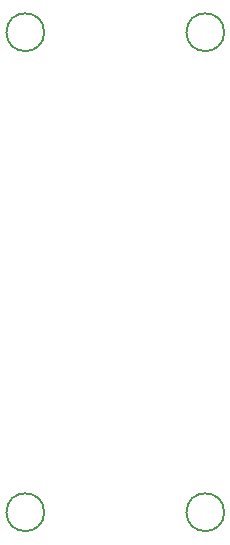
<source format=gbr>
%TF.GenerationSoftware,KiCad,Pcbnew,9.0.5*%
%TF.CreationDate,2025-10-13T11:36:34+02:00*%
%TF.ProjectId,MAX31865,4d415833-3138-4363-952e-6b696361645f,rev?*%
%TF.SameCoordinates,Original*%
%TF.FileFunction,AssemblyDrawing,Bot*%
%FSLAX46Y46*%
G04 Gerber Fmt 4.6, Leading zero omitted, Abs format (unit mm)*
G04 Created by KiCad (PCBNEW 9.0.5) date 2025-10-13 11:36:34*
%MOMM*%
%LPD*%
G01*
G04 APERTURE LIST*
%ADD10C,0.150000*%
G04 APERTURE END LIST*
D10*
%TO.C,A1*%
X130600000Y-138160000D02*
G75*
G02*
X127400000Y-138160000I-1600000J0D01*
G01*
X127400000Y-138160000D02*
G75*
G02*
X130600000Y-138160000I1600000J0D01*
G01*
X130600000Y-97520000D02*
G75*
G02*
X127400000Y-97520000I-1600000J0D01*
G01*
X127400000Y-97520000D02*
G75*
G02*
X130600000Y-97520000I1600000J0D01*
G01*
X145840000Y-138160000D02*
G75*
G02*
X142640000Y-138160000I-1600000J0D01*
G01*
X142640000Y-138160000D02*
G75*
G02*
X145840000Y-138160000I1600000J0D01*
G01*
X145840000Y-97520000D02*
G75*
G02*
X142640000Y-97520000I-1600000J0D01*
G01*
X142640000Y-97520000D02*
G75*
G02*
X145840000Y-97520000I1600000J0D01*
G01*
%TD*%
M02*

</source>
